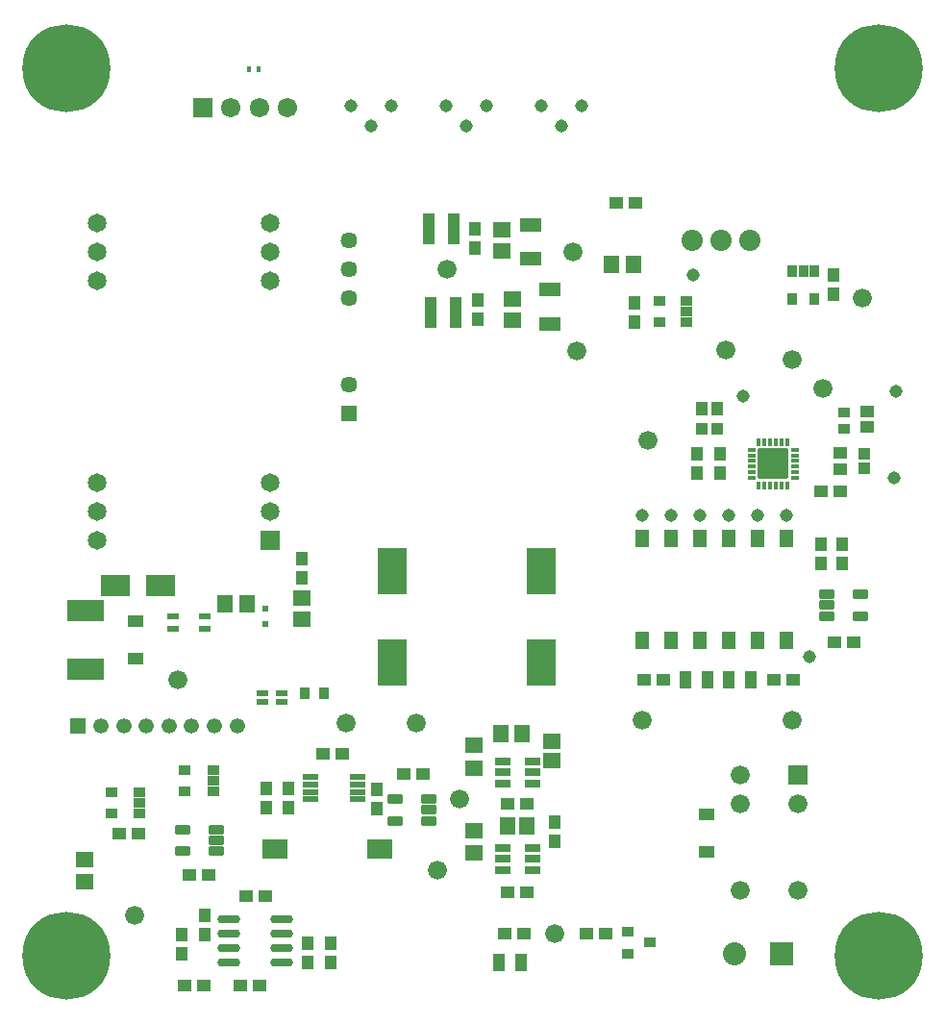
<source format=gts>
G04*
G04 #@! TF.GenerationSoftware,Altium Limited,Altium Designer,20.0.11 (256)*
G04*
G04 Layer_Color=8388736*
%FSLAX25Y25*%
%MOIN*%
G70*
G01*
G75*
%ADD60R,0.04043X0.02075*%
%ADD61C,0.04500*%
%ADD62R,0.09083X0.06799*%
%ADD63R,0.09161X0.06799*%
%ADD64R,0.04043X0.02075*%
%ADD65R,0.04437X0.11130*%
%ADD66R,0.04398X0.03217*%
%ADD67O,0.07980X0.02862*%
%ADD68R,0.01780X0.02075*%
G04:AMPARAMS|DCode=69|XSize=14.84mil|YSize=28.62mil|CornerRadius=4.47mil|HoleSize=0mil|Usage=FLASHONLY|Rotation=180.000|XOffset=0mil|YOffset=0mil|HoleType=Round|Shape=RoundedRectangle|*
%AMROUNDEDRECTD69*
21,1,0.01484,0.01968,0,0,180.0*
21,1,0.00591,0.02862,0,0,180.0*
1,1,0.00894,-0.00295,0.00984*
1,1,0.00894,0.00295,0.00984*
1,1,0.00894,0.00295,-0.00984*
1,1,0.00894,-0.00295,-0.00984*
%
%ADD69ROUNDEDRECTD69*%
G04:AMPARAMS|DCode=70|XSize=14.84mil|YSize=28.62mil|CornerRadius=4.47mil|HoleSize=0mil|Usage=FLASHONLY|Rotation=270.000|XOffset=0mil|YOffset=0mil|HoleType=Round|Shape=RoundedRectangle|*
%AMROUNDEDRECTD70*
21,1,0.01484,0.01968,0,0,270.0*
21,1,0.00591,0.02862,0,0,270.0*
1,1,0.00894,-0.00984,-0.00295*
1,1,0.00894,-0.00984,0.00295*
1,1,0.00894,0.00984,0.00295*
1,1,0.00894,0.00984,-0.00295*
%
%ADD70ROUNDEDRECTD70*%
G04:AMPARAMS|DCode=71|XSize=107.36mil|YSize=107.36mil|CornerRadius=4.55mil|HoleSize=0mil|Usage=FLASHONLY|Rotation=180.000|XOffset=0mil|YOffset=0mil|HoleType=Round|Shape=RoundedRectangle|*
%AMROUNDEDRECTD71*
21,1,0.10736,0.09827,0,0,180.0*
21,1,0.09827,0.10736,0,0,180.0*
1,1,0.00909,-0.04913,0.04913*
1,1,0.00909,0.04913,0.04913*
1,1,0.00909,0.04913,-0.04913*
1,1,0.00909,-0.04913,-0.04913*
%
%ADD71ROUNDEDRECTD71*%
%ADD72R,0.06209X0.05224*%
%ADD73R,0.05224X0.06209*%
%ADD74R,0.04043X0.03256*%
%ADD75R,0.04043X0.04437*%
%ADD76R,0.04437X0.04831*%
%ADD77R,0.03256X0.04437*%
%ADD78R,0.02075X0.02390*%
%ADD79R,0.05303X0.04083*%
%ADD80R,0.10343X0.16248*%
%ADD81R,0.03256X0.04437*%
%ADD82R,0.05299X0.04098*%
%ADD83R,0.05303X0.02941*%
%ADD84R,0.12902X0.07508*%
%ADD85R,0.04476X0.06287*%
%ADD86R,0.04043X0.03650*%
%ADD87R,0.10343X0.07193*%
G04:AMPARAMS|DCode=88|XSize=22.72mil|YSize=54.21mil|CornerRadius=4.45mil|HoleSize=0mil|Usage=FLASHONLY|Rotation=270.000|XOffset=0mil|YOffset=0mil|HoleType=Round|Shape=RoundedRectangle|*
%AMROUNDEDRECTD88*
21,1,0.02272,0.04532,0,0,270.0*
21,1,0.01382,0.05421,0,0,270.0*
1,1,0.00890,-0.02266,-0.00691*
1,1,0.00890,-0.02266,0.00691*
1,1,0.00890,0.02266,0.00691*
1,1,0.00890,0.02266,-0.00691*
%
%ADD88ROUNDEDRECTD88*%
G04:AMPARAMS|DCode=89|XSize=30.59mil|YSize=52.24mil|CornerRadius=4.42mil|HoleSize=0mil|Usage=FLASHONLY|Rotation=270.000|XOffset=0mil|YOffset=0mil|HoleType=Round|Shape=RoundedRectangle|*
%AMROUNDEDRECTD89*
21,1,0.03059,0.04341,0,0,270.0*
21,1,0.02175,0.05224,0,0,270.0*
1,1,0.00884,-0.02170,-0.01088*
1,1,0.00884,-0.02170,0.01088*
1,1,0.00884,0.02170,0.01088*
1,1,0.00884,0.02170,-0.01088*
%
%ADD89ROUNDEDRECTD89*%
%ADD90R,0.07587X0.05028*%
%ADD91R,0.05618X0.06406*%
%ADD92R,0.06406X0.05618*%
%ADD93R,0.04400X0.04800*%
%ADD94R,0.04831X0.04437*%
%ADD95R,0.04800X0.04400*%
%ADD96R,0.04831X0.06406*%
%ADD97R,0.04437X0.04831*%
%ADD98R,0.04831X0.04437*%
%ADD99R,0.04437X0.03256*%
%ADD100R,0.04437X0.04043*%
%ADD101C,0.06500*%
%ADD102R,0.06500X0.06500*%
%ADD103C,0.06602*%
%ADD104R,0.06602X0.06602*%
%ADD105R,0.05728X0.05728*%
%ADD106C,0.05728*%
%ADD107C,0.30500*%
%ADD108C,0.08000*%
%ADD109R,0.08000X0.08000*%
%ADD110C,0.07390*%
%ADD111C,0.05224*%
%ADD112R,0.05224X0.05224*%
%ADD113C,0.06760*%
%ADD114R,0.06760X0.06760*%
D60*
X94163Y111575D02*
D03*
Y108425D02*
D03*
X87470Y111575D02*
D03*
Y108425D02*
D03*
D61*
X219000Y173000D02*
D03*
X306500Y186000D02*
D03*
X307000Y216000D02*
D03*
X254000Y214500D02*
D03*
X236617Y256546D02*
D03*
X276953Y124000D02*
D03*
X269000Y173000D02*
D03*
X259000D02*
D03*
X249000D02*
D03*
X239000D02*
D03*
X229000D02*
D03*
X198000Y315000D02*
D03*
X184000D02*
D03*
X191000Y308000D02*
D03*
X132000Y315000D02*
D03*
X118000D02*
D03*
X125000Y308000D02*
D03*
X165000Y315000D02*
D03*
X151000D02*
D03*
X158000Y308000D02*
D03*
D62*
X128091Y57500D02*
D03*
D63*
X91909D02*
D03*
D64*
X67512Y138264D02*
D03*
Y133736D02*
D03*
X56488Y138264D02*
D03*
Y133736D02*
D03*
D65*
X154331Y243500D02*
D03*
X145669D02*
D03*
X153862Y272450D02*
D03*
X145201D02*
D03*
D66*
X60302Y77360D02*
D03*
Y84840D02*
D03*
X70498D02*
D03*
Y81100D02*
D03*
Y77360D02*
D03*
D67*
X94252Y33000D02*
D03*
Y23000D02*
D03*
Y28000D02*
D03*
Y18000D02*
D03*
X75748Y33000D02*
D03*
Y28000D02*
D03*
Y23000D02*
D03*
Y18000D02*
D03*
D68*
X86245Y327700D02*
D03*
X82800D02*
D03*
D69*
X269421Y198480D02*
D03*
X265484D02*
D03*
X267453D02*
D03*
X263516D02*
D03*
X269421Y183520D02*
D03*
X265484D02*
D03*
X267453D02*
D03*
X263516D02*
D03*
X261547Y198480D02*
D03*
X259579D02*
D03*
Y183520D02*
D03*
X261547D02*
D03*
D70*
X271980Y195921D02*
D03*
Y191984D02*
D03*
Y190016D02*
D03*
Y193953D02*
D03*
Y188047D02*
D03*
Y186079D02*
D03*
X257020Y195921D02*
D03*
Y191984D02*
D03*
Y190016D02*
D03*
Y193953D02*
D03*
Y188047D02*
D03*
Y186079D02*
D03*
D71*
X264500Y191000D02*
D03*
D72*
X187847Y94846D02*
D03*
Y88153D02*
D03*
X160846Y63937D02*
D03*
Y56063D02*
D03*
Y93437D02*
D03*
Y85563D02*
D03*
X25760Y53937D02*
D03*
Y46063D02*
D03*
D73*
X216256Y260000D02*
D03*
X208382D02*
D03*
X179193Y65500D02*
D03*
X172500D02*
D03*
D74*
X289000Y208644D02*
D03*
Y203132D02*
D03*
D75*
X245059Y203000D02*
D03*
X239941D02*
D03*
D76*
X245256Y210000D02*
D03*
X239744D02*
D03*
D77*
X278740Y257724D02*
D03*
X275000D02*
D03*
X271260D02*
D03*
X278740Y248276D02*
D03*
X271260D02*
D03*
D78*
X88500Y140711D02*
D03*
Y135514D02*
D03*
D79*
X43300Y136337D02*
D03*
Y123463D02*
D03*
D80*
X184000Y153748D02*
D03*
Y122252D02*
D03*
X132500Y153748D02*
D03*
Y122252D02*
D03*
D81*
X108693Y111575D02*
D03*
X102000D02*
D03*
D82*
X241528Y69450D02*
D03*
Y56550D02*
D03*
D83*
X170689Y80260D02*
D03*
Y84000D02*
D03*
Y87740D02*
D03*
X181004D02*
D03*
Y84000D02*
D03*
Y80260D02*
D03*
X170689Y50260D02*
D03*
Y54000D02*
D03*
Y57740D02*
D03*
X181004D02*
D03*
Y54000D02*
D03*
Y50260D02*
D03*
D84*
X26000Y140295D02*
D03*
Y119705D02*
D03*
D85*
X241858Y116000D02*
D03*
X234142D02*
D03*
X177205Y18130D02*
D03*
X169488D02*
D03*
X256858Y116000D02*
D03*
X249142D02*
D03*
D86*
X221937Y25000D02*
D03*
X214063Y28740D02*
D03*
Y21260D02*
D03*
D87*
X52031Y148874D02*
D03*
X36283D02*
D03*
D88*
X120516Y79779D02*
D03*
Y82339D02*
D03*
Y74661D02*
D03*
Y77220D02*
D03*
X104177Y82339D02*
D03*
Y77220D02*
D03*
Y79779D02*
D03*
Y74661D02*
D03*
D89*
X71307Y60500D02*
D03*
Y64240D02*
D03*
Y56760D02*
D03*
X59693Y64240D02*
D03*
Y56760D02*
D03*
X145153Y71000D02*
D03*
Y74740D02*
D03*
Y67260D02*
D03*
X133539Y74740D02*
D03*
Y67260D02*
D03*
X294807Y145740D02*
D03*
Y138260D02*
D03*
X283193D02*
D03*
Y145740D02*
D03*
Y142000D02*
D03*
D90*
X187000Y251406D02*
D03*
Y239595D02*
D03*
X180500Y273905D02*
D03*
Y262094D02*
D03*
D91*
X177587Y97500D02*
D03*
X170106D02*
D03*
X81980Y142575D02*
D03*
X74500D02*
D03*
D92*
X174000Y248240D02*
D03*
Y240760D02*
D03*
X101000Y144451D02*
D03*
Y136970D02*
D03*
X170500Y272240D02*
D03*
Y264760D02*
D03*
D93*
X111000Y24846D02*
D03*
Y18154D02*
D03*
X188847Y66847D02*
D03*
Y60154D02*
D03*
X96346Y78347D02*
D03*
Y71653D02*
D03*
X288586Y163031D02*
D03*
Y156339D02*
D03*
X281050Y163031D02*
D03*
Y156339D02*
D03*
X127028Y78047D02*
D03*
Y71354D02*
D03*
X67500Y34346D02*
D03*
Y27654D02*
D03*
X59500Y27847D02*
D03*
Y21154D02*
D03*
X103000Y24847D02*
D03*
Y18154D02*
D03*
D94*
X44346Y62650D02*
D03*
X37653D02*
D03*
X179193Y73000D02*
D03*
X172500D02*
D03*
X179193Y42500D02*
D03*
X172500D02*
D03*
X143193Y83500D02*
D03*
X136500D02*
D03*
X115193Y90500D02*
D03*
X108500D02*
D03*
X292347Y129000D02*
D03*
X285653D02*
D03*
X68846Y48500D02*
D03*
X62154D02*
D03*
X88346Y41000D02*
D03*
X81653D02*
D03*
D95*
X287850Y181500D02*
D03*
X281150D02*
D03*
X206347Y28130D02*
D03*
X199653D02*
D03*
X271346Y116000D02*
D03*
X264653D02*
D03*
X226346D02*
D03*
X219654D02*
D03*
X178193Y28130D02*
D03*
X171500D02*
D03*
X216825Y281500D02*
D03*
X210132D02*
D03*
X67193Y10000D02*
D03*
X60500D02*
D03*
X86378D02*
D03*
X79685D02*
D03*
D96*
X219000Y129961D02*
D03*
Y165000D02*
D03*
X229000Y129961D02*
D03*
Y165000D02*
D03*
X239000Y129961D02*
D03*
Y165000D02*
D03*
X249000Y129961D02*
D03*
Y165000D02*
D03*
X259000Y129961D02*
D03*
Y165000D02*
D03*
X269000Y129961D02*
D03*
Y165000D02*
D03*
D97*
X101000Y158248D02*
D03*
Y151555D02*
D03*
X161000Y272346D02*
D03*
Y265653D02*
D03*
X88846Y78347D02*
D03*
Y71653D02*
D03*
X238000Y194346D02*
D03*
Y187654D02*
D03*
X246000Y194346D02*
D03*
Y187654D02*
D03*
X162000Y247847D02*
D03*
Y241154D02*
D03*
X216500Y246847D02*
D03*
Y240154D02*
D03*
X285500Y256347D02*
D03*
Y249654D02*
D03*
D98*
X287850Y194740D02*
D03*
Y189228D02*
D03*
X297000Y209256D02*
D03*
Y203744D02*
D03*
D99*
X234500Y243740D02*
D03*
Y247480D02*
D03*
Y240000D02*
D03*
X225051Y247480D02*
D03*
Y240000D02*
D03*
X44724Y73472D02*
D03*
Y77212D02*
D03*
Y69732D02*
D03*
X35276Y77212D02*
D03*
Y69732D02*
D03*
D100*
X296000Y194559D02*
D03*
Y189441D02*
D03*
D101*
X90000Y264500D02*
D03*
Y274500D02*
D03*
Y254500D02*
D03*
X30000D02*
D03*
X90000Y184500D02*
D03*
Y174500D02*
D03*
X30000Y274500D02*
D03*
Y184500D02*
D03*
Y264500D02*
D03*
Y174500D02*
D03*
Y164500D02*
D03*
D102*
X90000D02*
D03*
D103*
X253000Y83000D02*
D03*
Y73000D02*
D03*
Y43000D02*
D03*
X273000D02*
D03*
Y73000D02*
D03*
X219000Y102000D02*
D03*
X155925Y74800D02*
D03*
X116480Y101000D02*
D03*
X151500Y258500D02*
D03*
X271200Y227000D02*
D03*
X43160Y34320D02*
D03*
X140847Y101000D02*
D03*
X295500Y248500D02*
D03*
X196500Y230000D02*
D03*
X195000Y264500D02*
D03*
X247957Y230500D02*
D03*
X221000Y199000D02*
D03*
X58000Y116000D02*
D03*
X281653Y217000D02*
D03*
X271000Y102000D02*
D03*
X148000Y50217D02*
D03*
X188850Y28130D02*
D03*
D104*
X273000Y83000D02*
D03*
D105*
X117500Y208500D02*
D03*
D106*
Y218500D02*
D03*
Y258500D02*
D03*
Y268500D02*
D03*
Y248500D02*
D03*
D107*
X19500Y20500D02*
D03*
Y328000D02*
D03*
X301000D02*
D03*
Y20500D02*
D03*
D108*
X251000Y21244D02*
D03*
D109*
X267299D02*
D03*
D110*
X246500Y268500D02*
D03*
X236500D02*
D03*
X256500D02*
D03*
D111*
X62921Y100000D02*
D03*
X55047D02*
D03*
X78669D02*
D03*
X70795D02*
D03*
X31425D02*
D03*
X47173D02*
D03*
X39299D02*
D03*
D112*
X23551D02*
D03*
D113*
X96231Y314331D02*
D03*
X86388D02*
D03*
X76545D02*
D03*
D114*
X66703D02*
D03*
M02*

</source>
